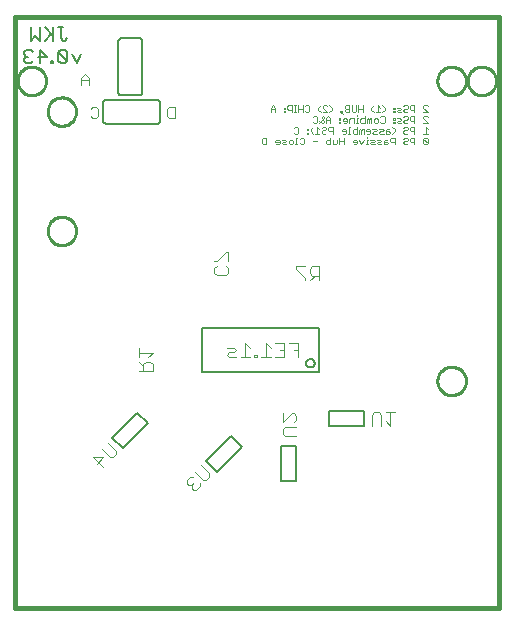
<source format=gbo>
G75*
%MOIN*%
%OFA0B0*%
%FSLAX24Y24*%
%IPPOS*%
%LPD*%
%AMOC8*
5,1,8,0,0,1.08239X$1,22.5*
%
%ADD10C,0.0160*%
%ADD11C,0.0060*%
%ADD12C,0.0030*%
%ADD13C,0.0020*%
%ADD14C,0.0100*%
%ADD15C,0.0080*%
%ADD16C,0.0040*%
%ADD17C,0.0050*%
D10*
X002254Y004003D02*
X018396Y004003D01*
X018396Y023688D01*
X002254Y023688D01*
X002254Y004003D01*
D11*
X005301Y020138D02*
X007001Y020138D01*
X007018Y020140D01*
X007035Y020144D01*
X007051Y020151D01*
X007065Y020161D01*
X007078Y020174D01*
X007088Y020188D01*
X007095Y020204D01*
X007099Y020221D01*
X007101Y020238D01*
X007101Y020838D01*
X007099Y020855D01*
X007095Y020872D01*
X007088Y020888D01*
X007078Y020902D01*
X007065Y020915D01*
X007051Y020925D01*
X007035Y020932D01*
X007018Y020936D01*
X007001Y020938D01*
X005301Y020938D01*
X005284Y020936D01*
X005267Y020932D01*
X005251Y020925D01*
X005237Y020915D01*
X005224Y020902D01*
X005214Y020888D01*
X005207Y020872D01*
X005203Y020855D01*
X005201Y020838D01*
X005201Y020238D01*
X005203Y020221D01*
X005207Y020204D01*
X005214Y020188D01*
X005224Y020174D01*
X005237Y020161D01*
X005251Y020151D01*
X005267Y020144D01*
X005284Y020140D01*
X005301Y020138D01*
X005812Y021084D02*
X006412Y021084D01*
X006429Y021086D01*
X006446Y021090D01*
X006462Y021097D01*
X006476Y021107D01*
X006489Y021120D01*
X006499Y021134D01*
X006506Y021150D01*
X006510Y021167D01*
X006512Y021184D01*
X006512Y022884D01*
X006510Y022901D01*
X006506Y022918D01*
X006499Y022934D01*
X006489Y022948D01*
X006476Y022961D01*
X006462Y022971D01*
X006446Y022978D01*
X006429Y022982D01*
X006412Y022984D01*
X005812Y022984D01*
X005795Y022982D01*
X005778Y022978D01*
X005762Y022971D01*
X005748Y022961D01*
X005735Y022948D01*
X005725Y022934D01*
X005718Y022918D01*
X005714Y022901D01*
X005712Y022884D01*
X005712Y021184D01*
X005714Y021167D01*
X005718Y021150D01*
X005725Y021134D01*
X005735Y021120D01*
X005748Y021107D01*
X005762Y021097D01*
X005778Y021090D01*
X005795Y021086D01*
X005812Y021084D01*
X004323Y022153D02*
X004176Y022447D01*
X004009Y022520D02*
X004009Y022227D01*
X003716Y022520D01*
X003716Y022227D01*
X003789Y022153D01*
X003936Y022153D01*
X004009Y022227D01*
X004009Y022520D02*
X003936Y022594D01*
X003789Y022594D01*
X003716Y022520D01*
X003549Y022227D02*
X003476Y022227D01*
X003476Y022153D01*
X003549Y022153D01*
X003549Y022227D01*
X003319Y022373D02*
X003025Y022373D01*
X002858Y022227D02*
X002785Y022153D01*
X002638Y022153D01*
X002565Y022227D01*
X002565Y022300D01*
X002638Y022373D01*
X002712Y022373D01*
X002638Y022373D02*
X002565Y022447D01*
X002565Y022520D01*
X002638Y022594D01*
X002785Y022594D01*
X002858Y022520D01*
X003099Y022594D02*
X003099Y022153D01*
X003319Y022373D02*
X003099Y022594D01*
X003089Y022903D02*
X002942Y023050D01*
X002795Y022903D01*
X002795Y023344D01*
X003089Y023344D02*
X003089Y022903D01*
X003255Y022903D02*
X003476Y023123D01*
X003549Y023050D02*
X003255Y023344D01*
X003549Y023344D02*
X003549Y022903D01*
X003789Y022977D02*
X003789Y023344D01*
X003716Y023344D02*
X003863Y023344D01*
X003789Y022977D02*
X003863Y022903D01*
X003936Y022903D01*
X004009Y022977D01*
X004470Y022447D02*
X004323Y022153D01*
D12*
X004596Y021790D02*
X004472Y021666D01*
X004472Y021420D01*
X004472Y021605D02*
X004719Y021605D01*
X004719Y021666D02*
X004719Y021420D01*
X004719Y021666D02*
X004596Y021790D01*
X004849Y020687D02*
X004972Y020687D01*
X005034Y020626D01*
X005034Y020379D01*
X004972Y020317D01*
X004849Y020317D01*
X004787Y020379D01*
X004787Y020626D02*
X004849Y020687D01*
X007346Y020626D02*
X007346Y020379D01*
X007408Y020317D01*
X007593Y020317D01*
X007593Y020687D01*
X007408Y020687D01*
X007346Y020626D01*
D13*
X010499Y019630D02*
X010536Y019666D01*
X010646Y019666D01*
X010646Y019446D01*
X010536Y019446D01*
X010499Y019483D01*
X010499Y019630D01*
X010941Y019556D02*
X010941Y019519D01*
X011088Y019519D01*
X011088Y019483D02*
X011088Y019556D01*
X011051Y019593D01*
X010978Y019593D01*
X010941Y019556D01*
X010978Y019446D02*
X011051Y019446D01*
X011088Y019483D01*
X011162Y019483D02*
X011199Y019519D01*
X011272Y019519D01*
X011309Y019556D01*
X011272Y019593D01*
X011162Y019593D01*
X011162Y019483D02*
X011199Y019446D01*
X011309Y019446D01*
X011383Y019483D02*
X011383Y019556D01*
X011420Y019593D01*
X011493Y019593D01*
X011530Y019556D01*
X011530Y019483D01*
X011493Y019446D01*
X011420Y019446D01*
X011383Y019483D01*
X011604Y019446D02*
X011677Y019446D01*
X011641Y019446D02*
X011641Y019666D01*
X011677Y019666D01*
X011751Y019630D02*
X011788Y019666D01*
X011862Y019666D01*
X011898Y019630D01*
X011898Y019483D01*
X011862Y019446D01*
X011788Y019446D01*
X011751Y019483D01*
X011677Y019806D02*
X011604Y019806D01*
X011567Y019843D01*
X011677Y019806D02*
X011714Y019843D01*
X011714Y019990D01*
X011677Y020026D01*
X011604Y020026D01*
X011567Y019990D01*
X012009Y019953D02*
X012009Y019916D01*
X012046Y019916D01*
X012046Y019953D01*
X012009Y019953D01*
X012009Y019843D02*
X012009Y019806D01*
X012046Y019806D01*
X012046Y019843D01*
X012009Y019843D01*
X012119Y019879D02*
X012119Y019953D01*
X012193Y020026D01*
X012230Y020166D02*
X012193Y020203D01*
X012230Y020166D02*
X012304Y020166D01*
X012340Y020203D01*
X012340Y020350D01*
X012304Y020386D01*
X012230Y020386D01*
X012193Y020350D01*
X012046Y020526D02*
X011972Y020526D01*
X011936Y020563D01*
X011861Y020526D02*
X011861Y020746D01*
X011936Y020710D02*
X011972Y020746D01*
X012046Y020746D01*
X012082Y020710D01*
X012082Y020563D01*
X012046Y020526D01*
X011861Y020636D02*
X011715Y020636D01*
X011715Y020746D02*
X011715Y020526D01*
X011640Y020526D02*
X011567Y020526D01*
X011604Y020526D02*
X011604Y020746D01*
X011640Y020746D02*
X011567Y020746D01*
X011493Y020746D02*
X011383Y020746D01*
X011346Y020710D01*
X011346Y020636D01*
X011383Y020599D01*
X011493Y020599D01*
X011493Y020526D02*
X011493Y020746D01*
X011272Y020673D02*
X011272Y020636D01*
X011235Y020636D01*
X011235Y020673D01*
X011272Y020673D01*
X011272Y020563D02*
X011272Y020526D01*
X011235Y020526D01*
X011235Y020563D01*
X011272Y020563D01*
X010941Y020526D02*
X010941Y020673D01*
X010867Y020746D01*
X010794Y020673D01*
X010794Y020526D01*
X010794Y020636D02*
X010941Y020636D01*
X012119Y019879D02*
X012193Y019806D01*
X012267Y019806D02*
X012414Y019806D01*
X012340Y019806D02*
X012340Y020026D01*
X012414Y019953D01*
X012488Y019990D02*
X012525Y020026D01*
X012598Y020026D01*
X012635Y019990D01*
X012635Y019953D01*
X012598Y019916D01*
X012525Y019916D01*
X012488Y019879D01*
X012488Y019843D01*
X012525Y019806D01*
X012598Y019806D01*
X012635Y019843D01*
X012709Y019916D02*
X012709Y019990D01*
X012746Y020026D01*
X012856Y020026D01*
X012856Y019806D01*
X012856Y019879D02*
X012746Y019879D01*
X012709Y019916D01*
X012782Y019666D02*
X012782Y019446D01*
X012672Y019446D01*
X012635Y019483D01*
X012635Y019556D01*
X012672Y019593D01*
X012782Y019593D01*
X012856Y019593D02*
X012856Y019446D01*
X012966Y019446D01*
X013003Y019483D01*
X013003Y019593D01*
X013077Y019556D02*
X013224Y019556D01*
X013224Y019446D02*
X013224Y019666D01*
X013188Y019806D02*
X013261Y019806D01*
X013298Y019843D01*
X013298Y019916D01*
X013261Y019953D01*
X013188Y019953D01*
X013151Y019916D01*
X013151Y019879D01*
X013298Y019879D01*
X013372Y019806D02*
X013445Y019806D01*
X013408Y019806D02*
X013408Y020026D01*
X013445Y020026D01*
X013519Y019916D02*
X013556Y019953D01*
X013666Y019953D01*
X013666Y020026D02*
X013666Y019806D01*
X013556Y019806D01*
X013519Y019843D01*
X013519Y019916D01*
X013740Y019916D02*
X013777Y019953D01*
X013814Y019916D01*
X013814Y019806D01*
X013887Y019806D02*
X013887Y019953D01*
X013850Y019953D01*
X013814Y019916D01*
X013740Y019916D02*
X013740Y019806D01*
X013740Y019593D02*
X013814Y019446D01*
X013887Y019593D01*
X013998Y019593D02*
X013998Y019446D01*
X014034Y019446D02*
X013961Y019446D01*
X013998Y019593D02*
X014034Y019593D01*
X014109Y019593D02*
X014219Y019593D01*
X014255Y019556D01*
X014219Y019519D01*
X014145Y019519D01*
X014109Y019483D01*
X014145Y019446D01*
X014255Y019446D01*
X014330Y019483D02*
X014366Y019519D01*
X014440Y019519D01*
X014476Y019556D01*
X014440Y019593D01*
X014330Y019593D01*
X014330Y019483D02*
X014366Y019446D01*
X014476Y019446D01*
X014551Y019446D02*
X014661Y019446D01*
X014697Y019483D01*
X014661Y019519D01*
X014551Y019519D01*
X014551Y019556D02*
X014551Y019446D01*
X014551Y019556D02*
X014587Y019593D01*
X014661Y019593D01*
X014772Y019630D02*
X014772Y019556D01*
X014808Y019519D01*
X014918Y019519D01*
X014918Y019446D02*
X014918Y019666D01*
X014808Y019666D01*
X014772Y019630D01*
X014734Y019806D02*
X014771Y019843D01*
X014734Y019879D01*
X014624Y019879D01*
X014624Y019916D02*
X014624Y019806D01*
X014734Y019806D01*
X014845Y019806D02*
X014918Y019879D01*
X014918Y019953D01*
X014845Y020026D01*
X014734Y019953D02*
X014661Y019953D01*
X014624Y019916D01*
X014550Y019916D02*
X014513Y019953D01*
X014403Y019953D01*
X014440Y019879D02*
X014403Y019843D01*
X014440Y019806D01*
X014550Y019806D01*
X014513Y019879D02*
X014550Y019916D01*
X014513Y019879D02*
X014440Y019879D01*
X014329Y019916D02*
X014292Y019953D01*
X014182Y019953D01*
X014219Y019879D02*
X014182Y019843D01*
X014219Y019806D01*
X014329Y019806D01*
X014292Y019879D02*
X014329Y019916D01*
X014292Y019879D02*
X014219Y019879D01*
X014108Y019879D02*
X013961Y019879D01*
X013961Y019916D01*
X013998Y019953D01*
X014071Y019953D01*
X014108Y019916D01*
X014108Y019843D01*
X014071Y019806D01*
X013998Y019806D01*
X013998Y019703D02*
X013998Y019666D01*
X013666Y019556D02*
X013629Y019593D01*
X013556Y019593D01*
X013519Y019556D01*
X013519Y019519D01*
X013666Y019519D01*
X013666Y019483D02*
X013666Y019556D01*
X013666Y019483D02*
X013629Y019446D01*
X013556Y019446D01*
X013077Y019446D02*
X013077Y019666D01*
X013077Y020166D02*
X013114Y020166D01*
X013114Y020203D01*
X013077Y020203D01*
X013077Y020166D01*
X013077Y020276D02*
X013114Y020276D01*
X013114Y020313D01*
X013077Y020313D01*
X013077Y020276D01*
X013188Y020276D02*
X013188Y020239D01*
X013335Y020239D01*
X013335Y020203D02*
X013335Y020276D01*
X013298Y020313D01*
X013225Y020313D01*
X013188Y020276D01*
X013225Y020166D02*
X013298Y020166D01*
X013335Y020203D01*
X013409Y020166D02*
X013409Y020276D01*
X013446Y020313D01*
X013556Y020313D01*
X013556Y020166D01*
X013630Y020166D02*
X013703Y020166D01*
X013666Y020166D02*
X013666Y020313D01*
X013703Y020313D01*
X013666Y020386D02*
X013666Y020423D01*
X013703Y020526D02*
X013703Y020746D01*
X013629Y020746D02*
X013629Y020563D01*
X013593Y020526D01*
X013519Y020526D01*
X013483Y020563D01*
X013483Y020746D01*
X013408Y020746D02*
X013408Y020526D01*
X013298Y020526D01*
X013262Y020563D01*
X013262Y020599D01*
X013298Y020636D01*
X013408Y020636D01*
X013298Y020636D02*
X013262Y020673D01*
X013262Y020710D01*
X013298Y020746D01*
X013408Y020746D01*
X013151Y020563D02*
X013151Y020526D01*
X013114Y020526D01*
X013114Y020563D01*
X013151Y020563D01*
X013114Y020526D02*
X013187Y020453D01*
X012819Y020599D02*
X012819Y020673D01*
X012746Y020746D01*
X012672Y020710D02*
X012635Y020746D01*
X012562Y020746D01*
X012525Y020710D01*
X012525Y020673D01*
X012672Y020526D01*
X012525Y020526D01*
X012451Y020526D02*
X012377Y020599D01*
X012377Y020673D01*
X012451Y020746D01*
X012524Y020386D02*
X012561Y020350D01*
X012561Y020313D01*
X012414Y020166D01*
X012414Y020239D02*
X012488Y020166D01*
X012524Y020166D01*
X012561Y020203D01*
X012561Y020239D01*
X012488Y020313D01*
X012488Y020350D01*
X012524Y020386D01*
X012635Y020313D02*
X012635Y020166D01*
X012635Y020276D02*
X012782Y020276D01*
X012782Y020313D02*
X012709Y020386D01*
X012635Y020313D01*
X012782Y020313D02*
X012782Y020166D01*
X012746Y020526D02*
X012819Y020599D01*
X012340Y019556D02*
X012193Y019556D01*
X013777Y020203D02*
X013814Y020166D01*
X013924Y020166D01*
X013924Y020386D01*
X013924Y020313D02*
X013814Y020313D01*
X013777Y020276D01*
X013777Y020203D01*
X013998Y020166D02*
X013998Y020276D01*
X014035Y020313D01*
X014072Y020276D01*
X014072Y020166D01*
X014145Y020166D02*
X014145Y020313D01*
X014108Y020313D01*
X014072Y020276D01*
X014219Y020276D02*
X014256Y020313D01*
X014329Y020313D01*
X014366Y020276D01*
X014366Y020203D01*
X014329Y020166D01*
X014256Y020166D01*
X014219Y020203D01*
X014219Y020276D01*
X014440Y020203D02*
X014477Y020166D01*
X014550Y020166D01*
X014587Y020203D01*
X014587Y020350D01*
X014550Y020386D01*
X014477Y020386D01*
X014440Y020350D01*
X014440Y020526D02*
X014293Y020526D01*
X014366Y020526D02*
X014366Y020746D01*
X014440Y020673D01*
X014514Y020746D02*
X014587Y020673D01*
X014587Y020599D01*
X014514Y020526D01*
X014219Y020526D02*
X014145Y020599D01*
X014145Y020673D01*
X014219Y020746D01*
X013850Y020746D02*
X013850Y020526D01*
X013850Y020636D02*
X013703Y020636D01*
X014882Y020636D02*
X014918Y020636D01*
X014918Y020673D01*
X014882Y020673D01*
X014882Y020636D01*
X014882Y020563D02*
X014882Y020526D01*
X014918Y020526D01*
X014918Y020563D01*
X014882Y020563D01*
X014993Y020563D02*
X015029Y020599D01*
X015103Y020599D01*
X015139Y020636D01*
X015103Y020673D01*
X014993Y020673D01*
X014993Y020563D02*
X015029Y020526D01*
X015139Y020526D01*
X015214Y020563D02*
X015250Y020526D01*
X015324Y020526D01*
X015360Y020563D01*
X015324Y020636D02*
X015250Y020636D01*
X015214Y020599D01*
X015214Y020563D01*
X015324Y020636D02*
X015360Y020673D01*
X015360Y020710D01*
X015324Y020746D01*
X015250Y020746D01*
X015214Y020710D01*
X015435Y020710D02*
X015435Y020636D01*
X015471Y020599D01*
X015581Y020599D01*
X015581Y020526D02*
X015581Y020746D01*
X015471Y020746D01*
X015435Y020710D01*
X015471Y020386D02*
X015435Y020350D01*
X015435Y020276D01*
X015471Y020239D01*
X015581Y020239D01*
X015581Y020166D02*
X015581Y020386D01*
X015471Y020386D01*
X015360Y020350D02*
X015360Y020313D01*
X015324Y020276D01*
X015250Y020276D01*
X015214Y020239D01*
X015214Y020203D01*
X015250Y020166D01*
X015324Y020166D01*
X015360Y020203D01*
X015360Y020350D02*
X015324Y020386D01*
X015250Y020386D01*
X015214Y020350D01*
X015139Y020276D02*
X015103Y020313D01*
X014993Y020313D01*
X014918Y020313D02*
X014918Y020276D01*
X014882Y020276D01*
X014882Y020313D01*
X014918Y020313D01*
X014918Y020203D02*
X014918Y020166D01*
X014882Y020166D01*
X014882Y020203D01*
X014918Y020203D01*
X014993Y020203D02*
X015029Y020239D01*
X015103Y020239D01*
X015139Y020276D01*
X015139Y020166D02*
X015029Y020166D01*
X014993Y020203D01*
X015214Y019990D02*
X015250Y020026D01*
X015324Y020026D01*
X015360Y019990D01*
X015360Y019953D01*
X015324Y019916D01*
X015250Y019916D01*
X015214Y019879D01*
X015214Y019843D01*
X015250Y019806D01*
X015324Y019806D01*
X015360Y019843D01*
X015435Y019916D02*
X015435Y019990D01*
X015471Y020026D01*
X015581Y020026D01*
X015581Y019806D01*
X015581Y019879D02*
X015471Y019879D01*
X015435Y019916D01*
X015471Y019666D02*
X015435Y019630D01*
X015435Y019556D01*
X015471Y019519D01*
X015581Y019519D01*
X015581Y019446D02*
X015581Y019666D01*
X015471Y019666D01*
X015360Y019630D02*
X015360Y019593D01*
X015324Y019556D01*
X015250Y019556D01*
X015214Y019519D01*
X015214Y019483D01*
X015250Y019446D01*
X015324Y019446D01*
X015360Y019483D01*
X015360Y019630D02*
X015324Y019666D01*
X015250Y019666D01*
X015214Y019630D01*
X015877Y019630D02*
X016023Y019483D01*
X015987Y019446D01*
X015913Y019446D01*
X015877Y019483D01*
X015877Y019630D01*
X015913Y019666D01*
X015987Y019666D01*
X016023Y019630D01*
X016023Y019483D01*
X016023Y019806D02*
X015877Y019806D01*
X015950Y019806D02*
X015950Y020026D01*
X016023Y019953D01*
X016023Y020166D02*
X015877Y020313D01*
X015877Y020350D01*
X015913Y020386D01*
X015987Y020386D01*
X016023Y020350D01*
X016023Y020526D02*
X015877Y020526D01*
X016023Y020526D02*
X015877Y020673D01*
X015877Y020710D01*
X015913Y020746D01*
X015987Y020746D01*
X016023Y020710D01*
X016023Y020166D02*
X015877Y020166D01*
D14*
X016347Y021562D02*
X016349Y021605D01*
X016355Y021648D01*
X016365Y021690D01*
X016378Y021731D01*
X016395Y021770D01*
X016416Y021808D01*
X016440Y021844D01*
X016467Y021878D01*
X016497Y021908D01*
X016530Y021936D01*
X016566Y021961D01*
X016603Y021983D01*
X016642Y022001D01*
X016683Y022015D01*
X016725Y022026D01*
X016767Y022033D01*
X016810Y022036D01*
X016853Y022035D01*
X016896Y022030D01*
X016938Y022021D01*
X016980Y022009D01*
X017020Y021992D01*
X017058Y021972D01*
X017094Y021949D01*
X017128Y021923D01*
X017160Y021893D01*
X017189Y021861D01*
X017214Y021826D01*
X017237Y021790D01*
X017256Y021751D01*
X017271Y021711D01*
X017283Y021669D01*
X017291Y021627D01*
X017295Y021584D01*
X017295Y021540D01*
X017291Y021497D01*
X017283Y021455D01*
X017271Y021413D01*
X017256Y021373D01*
X017237Y021334D01*
X017214Y021298D01*
X017189Y021263D01*
X017160Y021231D01*
X017128Y021201D01*
X017094Y021175D01*
X017058Y021152D01*
X017020Y021132D01*
X016980Y021115D01*
X016938Y021103D01*
X016896Y021094D01*
X016853Y021089D01*
X016810Y021088D01*
X016767Y021091D01*
X016725Y021098D01*
X016683Y021109D01*
X016642Y021123D01*
X016603Y021141D01*
X016566Y021163D01*
X016530Y021188D01*
X016497Y021216D01*
X016467Y021246D01*
X016440Y021280D01*
X016416Y021316D01*
X016395Y021354D01*
X016378Y021393D01*
X016365Y021434D01*
X016355Y021476D01*
X016349Y021519D01*
X016347Y021562D01*
X017351Y021562D02*
X017353Y021605D01*
X017359Y021648D01*
X017369Y021690D01*
X017382Y021731D01*
X017399Y021770D01*
X017420Y021808D01*
X017444Y021844D01*
X017471Y021878D01*
X017501Y021908D01*
X017534Y021936D01*
X017570Y021961D01*
X017607Y021983D01*
X017646Y022001D01*
X017687Y022015D01*
X017729Y022026D01*
X017771Y022033D01*
X017814Y022036D01*
X017857Y022035D01*
X017900Y022030D01*
X017942Y022021D01*
X017984Y022009D01*
X018024Y021992D01*
X018062Y021972D01*
X018098Y021949D01*
X018132Y021923D01*
X018164Y021893D01*
X018193Y021861D01*
X018218Y021826D01*
X018241Y021790D01*
X018260Y021751D01*
X018275Y021711D01*
X018287Y021669D01*
X018295Y021627D01*
X018299Y021584D01*
X018299Y021540D01*
X018295Y021497D01*
X018287Y021455D01*
X018275Y021413D01*
X018260Y021373D01*
X018241Y021334D01*
X018218Y021298D01*
X018193Y021263D01*
X018164Y021231D01*
X018132Y021201D01*
X018098Y021175D01*
X018062Y021152D01*
X018024Y021132D01*
X017984Y021115D01*
X017942Y021103D01*
X017900Y021094D01*
X017857Y021089D01*
X017814Y021088D01*
X017771Y021091D01*
X017729Y021098D01*
X017687Y021109D01*
X017646Y021123D01*
X017607Y021141D01*
X017570Y021163D01*
X017534Y021188D01*
X017501Y021216D01*
X017471Y021246D01*
X017444Y021280D01*
X017420Y021316D01*
X017399Y021354D01*
X017382Y021393D01*
X017369Y021434D01*
X017359Y021476D01*
X017353Y021519D01*
X017351Y021562D01*
X016347Y011562D02*
X016349Y011605D01*
X016355Y011648D01*
X016365Y011690D01*
X016378Y011731D01*
X016395Y011770D01*
X016416Y011808D01*
X016440Y011844D01*
X016467Y011878D01*
X016497Y011908D01*
X016530Y011936D01*
X016566Y011961D01*
X016603Y011983D01*
X016642Y012001D01*
X016683Y012015D01*
X016725Y012026D01*
X016767Y012033D01*
X016810Y012036D01*
X016853Y012035D01*
X016896Y012030D01*
X016938Y012021D01*
X016980Y012009D01*
X017020Y011992D01*
X017058Y011972D01*
X017094Y011949D01*
X017128Y011923D01*
X017160Y011893D01*
X017189Y011861D01*
X017214Y011826D01*
X017237Y011790D01*
X017256Y011751D01*
X017271Y011711D01*
X017283Y011669D01*
X017291Y011627D01*
X017295Y011584D01*
X017295Y011540D01*
X017291Y011497D01*
X017283Y011455D01*
X017271Y011413D01*
X017256Y011373D01*
X017237Y011334D01*
X017214Y011298D01*
X017189Y011263D01*
X017160Y011231D01*
X017128Y011201D01*
X017094Y011175D01*
X017058Y011152D01*
X017020Y011132D01*
X016980Y011115D01*
X016938Y011103D01*
X016896Y011094D01*
X016853Y011089D01*
X016810Y011088D01*
X016767Y011091D01*
X016725Y011098D01*
X016683Y011109D01*
X016642Y011123D01*
X016603Y011141D01*
X016566Y011163D01*
X016530Y011188D01*
X016497Y011216D01*
X016467Y011246D01*
X016440Y011280D01*
X016416Y011316D01*
X016395Y011354D01*
X016378Y011393D01*
X016365Y011434D01*
X016355Y011476D01*
X016349Y011519D01*
X016347Y011562D01*
X003355Y016562D02*
X003357Y016605D01*
X003363Y016648D01*
X003373Y016690D01*
X003386Y016731D01*
X003403Y016770D01*
X003424Y016808D01*
X003448Y016844D01*
X003475Y016878D01*
X003505Y016908D01*
X003538Y016936D01*
X003574Y016961D01*
X003611Y016983D01*
X003650Y017001D01*
X003691Y017015D01*
X003733Y017026D01*
X003775Y017033D01*
X003818Y017036D01*
X003861Y017035D01*
X003904Y017030D01*
X003946Y017021D01*
X003988Y017009D01*
X004028Y016992D01*
X004066Y016972D01*
X004102Y016949D01*
X004136Y016923D01*
X004168Y016893D01*
X004197Y016861D01*
X004222Y016826D01*
X004245Y016790D01*
X004264Y016751D01*
X004279Y016711D01*
X004291Y016669D01*
X004299Y016627D01*
X004303Y016584D01*
X004303Y016540D01*
X004299Y016497D01*
X004291Y016455D01*
X004279Y016413D01*
X004264Y016373D01*
X004245Y016334D01*
X004222Y016298D01*
X004197Y016263D01*
X004168Y016231D01*
X004136Y016201D01*
X004102Y016175D01*
X004066Y016152D01*
X004028Y016132D01*
X003988Y016115D01*
X003946Y016103D01*
X003904Y016094D01*
X003861Y016089D01*
X003818Y016088D01*
X003775Y016091D01*
X003733Y016098D01*
X003691Y016109D01*
X003650Y016123D01*
X003611Y016141D01*
X003574Y016163D01*
X003538Y016188D01*
X003505Y016216D01*
X003475Y016246D01*
X003448Y016280D01*
X003424Y016316D01*
X003403Y016354D01*
X003386Y016393D01*
X003373Y016434D01*
X003363Y016476D01*
X003357Y016519D01*
X003355Y016562D01*
X003355Y020538D02*
X003357Y020581D01*
X003363Y020624D01*
X003373Y020666D01*
X003386Y020707D01*
X003403Y020746D01*
X003424Y020784D01*
X003448Y020820D01*
X003475Y020854D01*
X003505Y020884D01*
X003538Y020912D01*
X003574Y020937D01*
X003611Y020959D01*
X003650Y020977D01*
X003691Y020991D01*
X003733Y021002D01*
X003775Y021009D01*
X003818Y021012D01*
X003861Y021011D01*
X003904Y021006D01*
X003946Y020997D01*
X003988Y020985D01*
X004028Y020968D01*
X004066Y020948D01*
X004102Y020925D01*
X004136Y020899D01*
X004168Y020869D01*
X004197Y020837D01*
X004222Y020802D01*
X004245Y020766D01*
X004264Y020727D01*
X004279Y020687D01*
X004291Y020645D01*
X004299Y020603D01*
X004303Y020560D01*
X004303Y020516D01*
X004299Y020473D01*
X004291Y020431D01*
X004279Y020389D01*
X004264Y020349D01*
X004245Y020310D01*
X004222Y020274D01*
X004197Y020239D01*
X004168Y020207D01*
X004136Y020177D01*
X004102Y020151D01*
X004066Y020128D01*
X004028Y020108D01*
X003988Y020091D01*
X003946Y020079D01*
X003904Y020070D01*
X003861Y020065D01*
X003818Y020064D01*
X003775Y020067D01*
X003733Y020074D01*
X003691Y020085D01*
X003650Y020099D01*
X003611Y020117D01*
X003574Y020139D01*
X003538Y020164D01*
X003505Y020192D01*
X003475Y020222D01*
X003448Y020256D01*
X003424Y020292D01*
X003403Y020330D01*
X003386Y020369D01*
X003373Y020410D01*
X003363Y020452D01*
X003357Y020495D01*
X003355Y020538D01*
X002351Y021562D02*
X002353Y021605D01*
X002359Y021648D01*
X002369Y021690D01*
X002382Y021731D01*
X002399Y021770D01*
X002420Y021808D01*
X002444Y021844D01*
X002471Y021878D01*
X002501Y021908D01*
X002534Y021936D01*
X002570Y021961D01*
X002607Y021983D01*
X002646Y022001D01*
X002687Y022015D01*
X002729Y022026D01*
X002771Y022033D01*
X002814Y022036D01*
X002857Y022035D01*
X002900Y022030D01*
X002942Y022021D01*
X002984Y022009D01*
X003024Y021992D01*
X003062Y021972D01*
X003098Y021949D01*
X003132Y021923D01*
X003164Y021893D01*
X003193Y021861D01*
X003218Y021826D01*
X003241Y021790D01*
X003260Y021751D01*
X003275Y021711D01*
X003287Y021669D01*
X003295Y021627D01*
X003299Y021584D01*
X003299Y021540D01*
X003295Y021497D01*
X003287Y021455D01*
X003275Y021413D01*
X003260Y021373D01*
X003241Y021334D01*
X003218Y021298D01*
X003193Y021263D01*
X003164Y021231D01*
X003132Y021201D01*
X003098Y021175D01*
X003062Y021152D01*
X003024Y021132D01*
X002984Y021115D01*
X002942Y021103D01*
X002900Y021094D01*
X002857Y021089D01*
X002814Y021088D01*
X002771Y021091D01*
X002729Y021098D01*
X002687Y021109D01*
X002646Y021123D01*
X002607Y021141D01*
X002570Y021163D01*
X002534Y021188D01*
X002501Y021216D01*
X002471Y021246D01*
X002444Y021280D01*
X002420Y021316D01*
X002399Y021354D01*
X002382Y021393D01*
X002369Y021434D01*
X002359Y021476D01*
X002353Y021519D01*
X002351Y021562D01*
D15*
X008509Y013315D02*
X008509Y011859D01*
X012407Y011859D01*
X012407Y013315D01*
X012399Y013315D02*
X008509Y013315D01*
X011970Y012154D02*
X011972Y012177D01*
X011978Y012200D01*
X011987Y012222D01*
X012000Y012241D01*
X012016Y012258D01*
X012034Y012273D01*
X012055Y012284D01*
X012077Y012292D01*
X012100Y012296D01*
X012124Y012296D01*
X012147Y012292D01*
X012169Y012284D01*
X012190Y012273D01*
X012208Y012258D01*
X012224Y012241D01*
X012237Y012222D01*
X012246Y012200D01*
X012252Y012177D01*
X012254Y012154D01*
X012252Y012131D01*
X012246Y012108D01*
X012237Y012086D01*
X012224Y012067D01*
X012208Y012050D01*
X012190Y012035D01*
X012169Y012024D01*
X012147Y012016D01*
X012124Y012012D01*
X012100Y012012D01*
X012077Y012016D01*
X012055Y012024D01*
X012034Y012035D01*
X012016Y012050D01*
X012000Y012067D01*
X011987Y012086D01*
X011978Y012108D01*
X011972Y012131D01*
X011970Y012154D01*
D16*
X011704Y012357D02*
X011704Y012817D01*
X011397Y012817D01*
X011244Y012817D02*
X011244Y012357D01*
X010937Y012357D01*
X010784Y012357D02*
X010477Y012357D01*
X010630Y012357D02*
X010630Y012817D01*
X010784Y012664D01*
X010937Y012817D02*
X011244Y012817D01*
X011244Y012587D02*
X011090Y012587D01*
X011551Y012587D02*
X011704Y012587D01*
X010323Y012434D02*
X010246Y012434D01*
X010246Y012357D01*
X010323Y012357D01*
X010323Y012434D01*
X010093Y012357D02*
X009786Y012357D01*
X009633Y012357D02*
X009402Y012357D01*
X009326Y012434D01*
X009402Y012510D01*
X009556Y012510D01*
X009633Y012587D01*
X009556Y012664D01*
X009326Y012664D01*
X009939Y012817D02*
X009939Y012357D01*
X010093Y012664D02*
X009939Y012817D01*
X009295Y015098D02*
X008988Y015098D01*
X008912Y015175D01*
X008912Y015328D01*
X008988Y015405D01*
X008988Y015559D02*
X008912Y015559D01*
X008988Y015559D02*
X009295Y015866D01*
X009372Y015866D01*
X009372Y015559D01*
X009295Y015405D02*
X009372Y015328D01*
X009372Y015175D01*
X009295Y015098D01*
X011638Y015300D02*
X011945Y014993D01*
X011945Y014917D01*
X012098Y014917D02*
X012252Y015070D01*
X012175Y015070D02*
X012405Y015070D01*
X012405Y014917D02*
X012405Y015377D01*
X012175Y015377D01*
X012098Y015300D01*
X012098Y015147D01*
X012175Y015070D01*
X011945Y015377D02*
X011638Y015377D01*
X011638Y015300D01*
X011567Y010484D02*
X011644Y010407D01*
X011644Y010253D01*
X011567Y010177D01*
X011644Y010023D02*
X011260Y010023D01*
X011183Y009947D01*
X011183Y009793D01*
X011260Y009716D01*
X011644Y009716D01*
X011183Y010177D02*
X011490Y010484D01*
X011567Y010484D01*
X011183Y010484D02*
X011183Y010177D01*
X008749Y008481D02*
X008749Y008372D01*
X008640Y008264D01*
X008532Y008264D01*
X008261Y008535D01*
X008206Y008372D02*
X008098Y008372D01*
X007989Y008264D01*
X007989Y008155D01*
X008044Y008101D01*
X008152Y008101D01*
X008152Y007992D01*
X008206Y007938D01*
X008315Y007938D01*
X008423Y008047D01*
X008423Y008155D01*
X008206Y008155D02*
X008152Y008101D01*
X008749Y008481D02*
X008478Y008752D01*
X006852Y011895D02*
X006392Y011895D01*
X006545Y011895D02*
X006545Y012126D01*
X006622Y012202D01*
X006776Y012202D01*
X006852Y012126D01*
X006852Y011895D01*
X006545Y012049D02*
X006392Y012202D01*
X006392Y012356D02*
X006392Y012663D01*
X006392Y012509D02*
X006852Y012509D01*
X006699Y012356D01*
X005367Y009500D02*
X005639Y009229D01*
X005639Y009120D01*
X005530Y009012D01*
X005422Y009012D01*
X005150Y009283D01*
X005205Y009012D02*
X004879Y009012D01*
X005205Y008686D01*
X004988Y008795D02*
X005205Y009012D01*
X014164Y010058D02*
X014164Y010442D01*
X014240Y010518D01*
X014394Y010518D01*
X014470Y010442D01*
X014470Y010058D01*
X014624Y010211D02*
X014777Y010058D01*
X014777Y010518D01*
X014624Y010518D02*
X014931Y010518D01*
D17*
X013907Y010558D02*
X013907Y010046D01*
X012726Y010046D01*
X012726Y010558D01*
X013907Y010558D01*
X011644Y009397D02*
X011644Y008216D01*
X011132Y008216D01*
X011132Y009397D01*
X011644Y009397D01*
X009821Y009358D02*
X008986Y008523D01*
X008624Y008884D01*
X009459Y009720D01*
X009821Y009358D01*
X006711Y010145D02*
X005875Y009310D01*
X005514Y009672D01*
X006349Y010507D01*
X006711Y010145D01*
M02*

</source>
